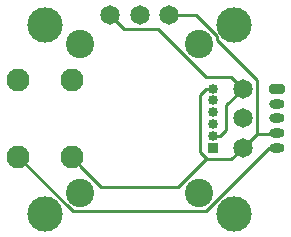
<source format=gbl>
%TF.GenerationSoftware,KiCad,Pcbnew,(6.0.0)*%
%TF.CreationDate,2022-03-27T15:49:17-04:00*%
%TF.ProjectId,TM_Warthog_Open_Analog_Slew,544d5f57-6172-4746-986f-675f4f70656e,rev?*%
%TF.SameCoordinates,Original*%
%TF.FileFunction,Copper,L2,Bot*%
%TF.FilePolarity,Positive*%
%FSLAX46Y46*%
G04 Gerber Fmt 4.6, Leading zero omitted, Abs format (unit mm)*
G04 Created by KiCad (PCBNEW (6.0.0)) date 2022-03-27 15:49:17*
%MOMM*%
%LPD*%
G01*
G04 APERTURE LIST*
G04 Aperture macros list*
%AMRoundRect*
0 Rectangle with rounded corners*
0 $1 Rounding radius*
0 $2 $3 $4 $5 $6 $7 $8 $9 X,Y pos of 4 corners*
0 Add a 4 corners polygon primitive as box body*
4,1,4,$2,$3,$4,$5,$6,$7,$8,$9,$2,$3,0*
0 Add four circle primitives for the rounded corners*
1,1,$1+$1,$2,$3*
1,1,$1+$1,$4,$5*
1,1,$1+$1,$6,$7*
1,1,$1+$1,$8,$9*
0 Add four rect primitives between the rounded corners*
20,1,$1+$1,$2,$3,$4,$5,0*
20,1,$1+$1,$4,$5,$6,$7,0*
20,1,$1+$1,$6,$7,$8,$9,0*
20,1,$1+$1,$8,$9,$2,$3,0*%
G04 Aperture macros list end*
%TA.AperFunction,ComponentPad*%
%ADD10C,3.000000*%
%TD*%
%TA.AperFunction,ComponentPad*%
%ADD11RoundRect,0.200000X-0.450000X0.200000X-0.450000X-0.200000X0.450000X-0.200000X0.450000X0.200000X0*%
%TD*%
%TA.AperFunction,ComponentPad*%
%ADD12O,1.300000X0.800000*%
%TD*%
%TA.AperFunction,ComponentPad*%
%ADD13R,0.850000X0.850000*%
%TD*%
%TA.AperFunction,ComponentPad*%
%ADD14O,0.850000X0.850000*%
%TD*%
%TA.AperFunction,ComponentPad*%
%ADD15C,1.950000*%
%TD*%
%TA.AperFunction,ComponentPad*%
%ADD16C,1.650000*%
%TD*%
%TA.AperFunction,ComponentPad*%
%ADD17C,2.400000*%
%TD*%
%TA.AperFunction,Conductor*%
%ADD18C,0.250000*%
%TD*%
G04 APERTURE END LIST*
D10*
%TO.P,,*%
%TO.N,*%
X155343374Y-98672145D03*
%TD*%
%TO.P,,*%
%TO.N,*%
X139343483Y-114672165D03*
%TD*%
D11*
%TO.P,J1,1,Pin_1*%
%TO.N,+3V3*%
X158955024Y-104112387D03*
D12*
%TO.P,J1,2,Pin_2*%
%TO.N,/SDA*%
X158955024Y-105362387D03*
%TO.P,J1,3,Pin_3*%
%TO.N,/SCL*%
X158955024Y-106612387D03*
%TO.P,J1,4,Pin_4*%
%TO.N,GND*%
X158955024Y-107862387D03*
%TO.P,J1,5,Pin_5*%
%TO.N,/BTN*%
X158955024Y-109112387D03*
%TD*%
D10*
%TO.P,,*%
%TO.N,*%
X139343483Y-98672145D03*
%TD*%
D13*
%TO.P,J2,1,MISO*%
%TO.N,/MISO*%
X153560265Y-109079538D03*
D14*
%TO.P,J2,2,VCC*%
%TO.N,+3V3*%
X153560265Y-108079538D03*
%TO.P,J2,3,SCK*%
%TO.N,/SCL*%
X153560265Y-107079538D03*
%TO.P,J2,4,MOSI*%
%TO.N,/SDA*%
X153560265Y-106079538D03*
%TO.P,J2,5,~{RST}*%
%TO.N,/RST*%
X153560265Y-105079538D03*
%TO.P,J2,6,GND*%
%TO.N,GND*%
X153560265Y-104079538D03*
%TD*%
D10*
%TO.P,,*%
%TO.N,*%
X155343374Y-114672645D03*
%TD*%
D15*
%TO.P,S1,A1,A1*%
%TO.N,GND*%
X141565123Y-109856941D03*
D16*
%TO.P,S1,A11,A11*%
%TO.N,+3V3*%
X144815123Y-97876941D03*
%TO.P,S1,A12,A12*%
%TO.N,/VAR2*%
X147315123Y-97876941D03*
%TO.P,S1,A13,A13*%
%TO.N,GND*%
X149815123Y-97876941D03*
D15*
%TO.P,S1,B1,B1*%
%TO.N,/BTN*%
X137065123Y-109856941D03*
D16*
%TO.P,S1,B11,B11*%
%TO.N,+3V3*%
X156045123Y-104106941D03*
%TO.P,S1,B12,B12*%
%TO.N,/VAR1*%
X156045123Y-106606941D03*
%TO.P,S1,B13,B13*%
%TO.N,GND*%
X156045123Y-109106941D03*
D15*
%TO.P,S1,C1,C1*%
%TO.N,unconnected-(S1-PadC1)*%
X141565123Y-103356941D03*
%TO.P,S1,D1,D1*%
%TO.N,unconnected-(S1-PadD1)*%
X137065123Y-103356941D03*
D17*
%TO.P,S1,MH1,MH1*%
%TO.N,unconnected-(S1-PadMH1)*%
X142315123Y-112931941D03*
%TO.P,S1,MH2,MH2*%
%TO.N,unconnected-(S1-PadMH2)*%
X152315123Y-112931941D03*
%TO.P,S1,MH3,MH3*%
%TO.N,unconnected-(S1-PadMH3)*%
X142315123Y-100281941D03*
%TO.P,S1,MH4,MH4*%
%TO.N,unconnected-(S1-PadMH4)*%
X152315123Y-100281941D03*
%TD*%
D18*
%TO.N,+3V3*%
X154161305Y-108079538D02*
X154651239Y-107589604D01*
X154651239Y-105500825D02*
X156045123Y-104106941D01*
X144815123Y-97876941D02*
X145964634Y-99026452D01*
X148848454Y-99026452D02*
X152960447Y-103138445D01*
X145964634Y-99026452D02*
X148848454Y-99026452D01*
X154651239Y-107589604D02*
X154651239Y-105500825D01*
X152960447Y-103138445D02*
X155076627Y-103138445D01*
X155076627Y-103138445D02*
X156045123Y-104106941D01*
X153560265Y-108079538D02*
X154161305Y-108079538D01*
%TO.N,GND*%
X153839634Y-99650467D02*
X153839634Y-99936824D01*
X157262064Y-107890000D02*
X158927411Y-107890000D01*
X152959225Y-104079538D02*
X152400000Y-104638763D01*
X149815123Y-97876941D02*
X149819527Y-97872537D01*
X153839634Y-99936824D02*
X157262064Y-103359254D01*
X152960068Y-110078054D02*
X153059759Y-110078054D01*
X141565123Y-109856941D02*
X142240000Y-110531818D01*
X142240000Y-110531818D02*
X142240000Y-110652833D01*
X153560265Y-104079538D02*
X152959225Y-104079538D01*
X152061704Y-97872537D02*
X153839634Y-99650467D01*
X149819527Y-97872537D02*
X152061704Y-97872537D01*
X158927411Y-107890000D02*
X158955024Y-107862387D01*
X155074010Y-110078054D02*
X153059759Y-110078054D01*
X142240000Y-110652833D02*
X144032493Y-112445326D01*
X150592796Y-112445326D02*
X152960068Y-110078054D01*
X152400000Y-109418295D02*
X153059759Y-110078054D01*
X156045123Y-109106941D02*
X157262064Y-107890000D01*
X156045123Y-109106941D02*
X155074010Y-110078054D01*
X152400000Y-109220000D02*
X152400000Y-109418295D01*
X152400000Y-104638763D02*
X152400000Y-109220000D01*
X144032493Y-112445326D02*
X150592796Y-112445326D01*
X157262064Y-103359254D02*
X157262064Y-107890000D01*
%TO.N,/BTN*%
X137065123Y-109856941D02*
X141664634Y-114456452D01*
X152946597Y-114456452D02*
X158290662Y-109112387D01*
X158290662Y-109112387D02*
X158955024Y-109112387D01*
X141664634Y-114456452D02*
X152946597Y-114456452D01*
%TD*%
M02*

</source>
